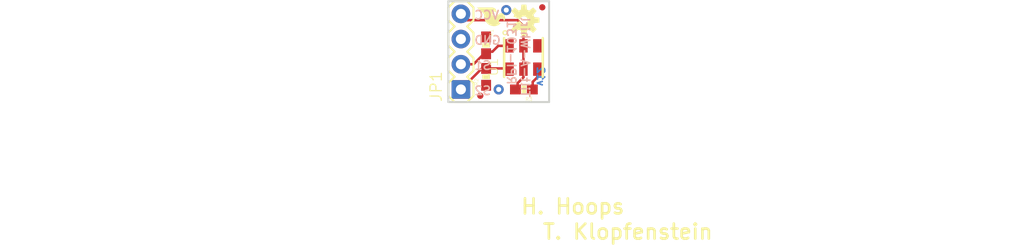
<source format=kicad_pcb>
(kicad_pcb (version 20211014) (generator pcbnew)
  (layers (0 "F.Cu" signal) (31 "B.Cu" signal) (34 "B.Paste" user) (35 "F.Paste" user) (36 "B.SilkS" user "B.Silkscreen") (37 "F.SilkS" user "F.Silkscreen") (38 "B.Mask" user) (39 "F.Mask" user) (44 "Edge.Cuts" user))
  (net 0 "")
  (net 1 "GND")
  (net 2 "S1")
  (net 3 "AN")
  (net 4 "S2")
  (net 5 "5V")
  (footprint "boardEagle:OSHW-LOGO-S" (layer "F.Cu") (at 151.0411 101.8286 -90)
    (fp_text reference "U$1" hide)
    (fp_text value "OSHW-LOGOS" hide)
    (fp_poly (pts (xy 0.301647 -1.061351) (xy 0.42347 -1.022344) (xy 0.537177 -0.963769) (xy 0.92862 -1.282946) (xy 1.282946 -0.92862) (xy 0.961035 -0.533823) (xy 1.057046 -0.302084) (xy 1.5638 -0.250561) (xy 1.5638 0.250561) (xy 1.057046 0.302084) (xy 0.961035 0.533823) (xy 1.282946 0.92862) (xy 0.92862 1.282946) (xy 0.537177 0.96377) (xy 0.356601 1.056794) (xy 0.088679 0.410073) (xy 0.326262 0.2176) (xy 0.373649 0.121468) (xy 0.392729 0.010339) (xy 0.379464 -0.101634) (xy 0.334947 -0.205229) (xy 0.262842 -0.291918) (xy 0.169087 -0.354561) (xy 0.061406 -0.387999) (xy -0.051342 -0.38948) (xy -0.159868 -0.358881) (xy -0.255234 -0.298724) (xy -0.329589 -0.213962) (xy -0.376813 -0.111569) (xy -0.392176 -0.005767) (xy -0.322923 0.222565) (xy -0.249312 0.303773) (xy 0.091677 0.5081) (xy -0.12929 0.5081) (xy -0.355332 1.053732) (xy -0.506597 0.983577) (xy -0.538922 0.965192) (xy -0.92862 1.282946) (xy -1.282946 0.92862) (xy -0.961035 0.533823) (xy -1.057046 0.302084) (xy -1.5638 0.250561) (xy -1.5638 -0.250561) (xy -1.057046 -0.302084) (xy -0.961035 -0.533823) (xy -1.282946 -0.92862) (xy -0.92862 -1.282946) (xy -0.533823 -0.961035) (xy -0.302084 -1.057046) (xy -0.250561 -1.5638) (xy 0.250561 -1.5638)) (layer "F.SilkS") (width 0) (fill solid))
  )
  (footprint "boardEagle:RPI-1031" (layer "F.Cu") (at 151.0411 105.6386 90)
    (fp_text reference "U1" (at -1.905 -2.54 90) (layer "F.SilkS") (effects (font (size 0.93472 0.93472) (thickness 0.08128)) (justify left bottom)))
    (fp_text value "RPI-1031" hide)
    (fp_line (start 1.995 -1.995) (end -1.905 -1.995) (layer "F.SilkS") (width 0.254))
    (fp_line (start 1.995 1.905) (end -1.905 1.905) (layer "F.SilkS") (width 0.254))
    (fp_circle (center 2.54 -1.905) (end 2.74 -1.905) (layer "F.SilkS") (width 0.127) (fill none))
    (pad "1" smd rect (at 1.22 -1.445 180) (size 0.85 1.35) (layers "F.Cu" "F.Paste" "F.Mask") (net 2 "S1"))
    (pad "2" smd rect (at 1.22 -0.045 180) (size 0.85 1.35) (layers "F.Cu" "F.Paste" "F.Mask") (net 5 "5V"))
    (pad "3" smd rect (at 1.22 1.355 180) (size 0.85 1.35) (layers "F.Cu" "F.Paste" "F.Mask") (net 1 "GND"))
    (pad "4" smd rect (at -1.13 -1.445 180) (size 0.85 1.35) (layers "F.Cu" "F.Paste" "F.Mask") (net 4 "S2"))
    (pad "5" smd rect (at -1.13 -0.045 180) (size 0.85 1.35) (layers "F.Cu" "F.Paste" "F.Mask") (net 5 "5V"))
    (pad "6" smd rect (at -1.13 1.355 180) (size 0.85 1.35) (layers "F.Cu" "F.Paste" "F.Mask") (net 3 "AN"))
  )
  (footprint "boardEagle:REVISION" (layer "F.Cu") (at 129.4511 124.0536)
    (fp_text reference "U$2" hide)
    (fp_text value "REVISION" hide)
  )
  (footprint "boardEagle:CREATIVE_COMMONS" (layer "F.Cu") (at 118.548979 121.5136)
    (fp_text reference "FRAME1" hide)
    (fp_text value "FRAME-LETTER" hide)
  )
  (footprint "boardEagle:FIDUCIAL-1X2.5" (layer "F.Cu") (at 146.6469 109.4486)
    (fp_text reference "JP3" hide)
    (fp_text value "FIDUCIAL1X2.5" hide)
    (pad "1" smd roundrect (at 0 0) (size 0.635 0.635) (layers "F.Cu" "F.Mask") (roundrect_rratio 0.5))
  )
  (footprint "boardEagle:0603-RES" (layer "F.Cu") (at 147.2311 107.5436 90)
    (fp_text reference "R2" (at -0.889 -0.762 90) (layer "F.SilkS") (effects (font (size 0.373888 0.373888) (thickness 0.032512)) (justify left bottom)))
    (fp_text value "22k")
    (fp_poly (pts (xy -0.2286 0.381) (xy 0.2286 0.381) (xy 0.2286 -0.381) (xy -0.2286 -0.381)) (layer "F.SilkS") (width 0) (fill solid))
    (pad "1" smd rect (at -0.85 0 90) (size 1.1 1) (layers "F.Cu" "F.Paste" "F.Mask") (net 1 "GND"))
    (pad "2" smd rect (at 0.85 0 90) (size 1.1 1) (layers "F.Cu" "F.Paste" "F.Mask") (net 4 "S2"))
  )
  (footprint "boardEagle:0603-RES" (layer "F.Cu") (at 151.0411 108.8136 180)
    (fp_text reference "R3" (at -0.889 -0.762 180) (layer "F.SilkS") (effects (font (size 0.373888 0.373888) (thickness 0.032512)) (justify right top)))
    (fp_text value "240")
    (fp_poly (pts (xy -0.2286 0.381) (xy 0.2286 0.381) (xy 0.2286 -0.381) (xy -0.2286 -0.381)) (layer "F.SilkS") (width 0) (fill solid))
    (pad "1" smd rect (at -0.85 0 180) (size 1.1 1) (layers "F.Cu" "F.Paste" "F.Mask") (net 3 "AN"))
    (pad "2" smd rect (at 0.85 0 180) (size 1.1 1) (layers "F.Cu" "F.Paste" "F.Mask") (net 5 "5V"))
  )
  (footprint "boardEagle:1X04" (layer "F.Cu") (at 144.6911 108.8136 90)
    (fp_text reference "JP1" (at -1.3462 -1.8288 90) (layer "F.SilkS") (effects (font (size 1.143 1.143) (thickness 0.127)) (justify left bottom)))
    (fp_text value "")
    (fp_line (start 4.445 -1.27) (end 5.715 -1.27) (layer "F.SilkS") (width 0.2032))
    (fp_line (start 6.985 -1.27) (end 6.35 -0.635) (layer "F.SilkS") (width 0.2032))
    (fp_line (start 6.35 0.635) (end 5.715 1.27) (layer "F.SilkS") (width 0.2032))
    (fp_line (start 0.635 -1.27) (end 1.27 -0.635) (layer "F.SilkS") (width 0.2032))
    (fp_line (start 3.175 -1.27) (end 3.81 -0.635) (layer "F.SilkS") (width 0.2032))
    (fp_line (start 5.715 1.27) (end 4.445 1.27) (layer "F.SilkS") (width 0.2032))
    (fp_line (start 5.715 -1.27) (end 6.35 -0.635) (layer "F.SilkS") (width 0.2032))
    (fp_line (start -1.27 -0.635) (end -1.27 0.635) (layer "F.SilkS") (width 0.2032))
    (fp_line (start 1.905 -1.27) (end 3.175 -1.27) (layer "F.SilkS") (width 0.2032))
    (fp_line (start 8.89 0.635) (end 8.255 1.27) (layer "F.SilkS") (width 0.2032))
    (fp_line (start -1.27 0.635) (end -0.635 1.27) (layer "F.SilkS") (width 0.2032))
    (fp_line (start 1.27 -0.635) (end 1.905 -1.27) (layer "F.SilkS") (width 0.2032))
    (fp_line (start 3.81 0.635) (end 3.175 1.27) (layer "F.SilkS") (width 0.2032))
    (fp_line (start 6.35 0.635) (end 6.985 1.27) (layer "F.SilkS") (width 0.2032))
    (fp_line (start 1.27 0.635) (end 0.635 1.27) (layer "F.SilkS") (width 0.2032))
    (fp_line (start 6.985 -1.27) (end 8.255 -1.27) (layer "F.SilkS") (width 0.2032))
    (fp_line (start -0.635 -1.27) (end 0.635 -1.27) (layer "F.SilkS") (width 0.2032))
    (fp_line (start -0.635 -1.27) (end -1.27 -0.635) (layer "F.SilkS") (width 0.2032))
    (fp_line (start 8.89 -0.635) (end 8.89 0.635) (layer "F.SilkS") (width 0.2032))
    (fp_line (start 3.81 -0.635) (end 4.445 -1.27) (layer "F.SilkS") (width 0.2032))
    (fp_line (start 8.255 1.27) (end 6.985 1.27) (layer "F.SilkS") (width 0.2032))
    (fp_line (start 3.175 1.27) (end 1.905 1.27) (layer "F.SilkS") (width 0.2032))
    (fp_line (start 8.255 -1.27) (end 8.89 -0.635) (layer "F.SilkS") (width 0.2032))
    (fp_line (start 4.445 1.27) (end 3.81 0.635) (layer "F.SilkS") (width 0.2032))
    (fp_line (start 0.635 1.27) (end -0.635 1.27) (layer "F.SilkS") (width 0.2032))
    (fp_line (start 1.905 1.27) (end 1.27 0.635) (layer "F.SilkS") (width 0.2032))
    (pad "1" thru_hole rect (at 0 0 180) (size 1.8796 1.8796) (drill 1.016) (layers *.Cu *.Mask) (net 4 "S2"))
    (pad "2" thru_hole circle (at 2.54 0 180) (size 1.8796 1.8796) (drill 1.016) (layers *.Cu *.Mask) (net 2 "S1"))
    (pad "3" thru_hole circle (at 5.08 0 180) (size 1.8796 1.8796) (drill 1.016) (layers *.Cu *.Mask) (net 1 "GND"))
    (pad "4" thru_hole circle (at 7.62 0 180) (size 1.8796 1.8796) (drill 1.016) (layers *.Cu *.Mask) (net 5 "5V"))
  )
  (footprint "boardEagle:0603-RES" (layer "F.Cu") (at 147.2311 104.3686 -90)
    (fp_text reference "R1" (at -0.889 -0.762 -90) (layer "F.SilkS") (effects (font (size 0.373888 0.373888) (thickness 0.032512)) (justify left bottom)))
    (fp_text value "22k")
    (fp_poly (pts (xy -0.2286 0.381) (xy 0.2286 0.381) (xy 0.2286 -0.381) (xy -0.2286 -0.381)) (layer "F.SilkS") (width 0) (fill solid))
    (pad "1" smd rect (at -0.85 0 270) (size 1.1 1) (layers "F.Cu" "F.Paste" "F.Mask") (net 1 "GND"))
    (pad "2" smd rect (at 0.85 0 270) (size 1.1 1) (layers "F.Cu" "F.Paste" "F.Mask") (net 2 "S1"))
  )
  (footprint "boardEagle:SFE-LOGO-FLAME" (layer "F.Cu") (at 146.3421 100.5586 -90)
    (fp_text reference "JP4" hide)
    (fp_text value "LOGO-SFESK" hide)
    (fp_poly (pts (xy 1.126002 -2.808203) (xy 1.215449 -2.785829) (xy 1.228477 -2.780783) (xy 1.240149 -2.774875) (xy 1.25686 -2.766576) (xy 1.275552 -2.759834) (xy 1.371694 -2.7026) (xy 1.3793 -2.7026) (xy 1.3793 -2.6772) (xy 1.306833 -2.6772) (xy 1.208418 -2.657914) (xy 1.074855 -2.495286) (xy 1.079365 -2.436825) (xy 1.12809 -2.341869) (xy 1.204666 -2.265196) (xy 1.294069 -2.200638) (xy 1.369348 -2.168824) (xy 1.450737 -2.171632) (xy 1.458864 -2.174186) (xy 1.466257 -2.177389) (xy 1.530514 -2.236956) (xy 1.5368 -2.259812) (xy 1.5368 -2.377938) (xy 1.763707 -2.148127) (xy 1.868186 -1.856841) (xy 1.871603 -1.856894) (xy 1.87806 -1.650435) (xy 1.848857 -1.45742) (xy 1.785308 -1.272842) (xy 1.6663 -1.061578) (xy 1.6663 -1.080581) (xy 1.378131 -0.80901) (xy 0.982239 -0.6985) (xy 0.753005 -0.6985) (xy 0.716201 -0.692046) (xy 0.681776 -0.679592) (xy 0.496322 -0.541784) (xy -0.0126 0.03091) (xy -0.0126 -1.52077) (xy 0.060004 -1.761967) (xy 0.168295 -1.865489) (xy 0.307122 -1.917522) (xy 0.4039 -1.925089) (xy 0.499384 -1.917623) (xy 0.55991 -1.908099) (xy 0.557788 -1.884433) (xy 0.522216 -1.885242) (xy 0.501784 -1.876141) (xy 0.420519 -1.817154) (xy 0.400722 -1.79067) (xy 0.390395 -1.7285) (xy 0.400905 -1.665229) (xy 0.421405 -1.625174) (xy 0.452343 -1.592685) (xy 0.546535 -1.54355) (xy 0.652229 -1.531742) (xy 0.742768 -1.550084) (xy 0.82422 -1.589656) (xy 0.92203 -1.754659) (xy 0.907706 -1.848844) (xy 0.850914 -1.930401) (xy 0.584707 -2.263237) (xy 0.561667 -2.510855) (xy 0.627495 -2.621556) (xy 0.629042 -2.623103) (xy 0.778901 -2.74712) (xy 1.032676 -2.817064)) (layer "F.SilkS") (width 0) (fill solid))
  )
  (footprint "boardEagle:FIDUCIAL-1X2.5" (layer "F.Cu") (at 152.8953 100.5332)
    (fp_text reference "JP2" hide)
    (fp_text value "FIDUCIAL1X2.5" hide)
    (pad "1" smd roundrect (at 0 0) (size 0.635 0.635) (layers "F.Cu" "F.Mask") (roundrect_rratio 0.5))
  )
  (gr_line (start 143.4211 99.9236) (end 143.4211 110.0836) (layer "Edge.Cuts") (width 0.2032))
  (gr_line (start 153.5811 110.0836) (end 153.5811 99.9236) (layer "Edge.Cuts") (width 0.2032))
  (gr_line (start 153.5811 99.9236) (end 143.4211 99.9236) (layer "Edge.Cuts") (width 0.2032))
  (gr_line (start 143.4211 110.0836) (end 153.5811 110.0836) (layer "Edge.Cuts") (width 0.2032))
  (gr_text "v12" (at 152.3111 108.5596 -90) (layer "B.Cu") (effects (font (size 0.72009 0.72009) (thickness 0.16891)) (justify left bottom mirror)))
  (gr_text "RPI-1031" (at 149.2631 108.4326 -90) (layer "B.SilkS") (effects (font (size 0.8636 0.8636) (thickness 0.1524)) (justify left bottom mirror)))
  (gr_text "S1" (at 145.9611 105.8926) (layer "B.SilkS") (effects (font (size 0.8636 0.8636) (thickness 0.1524)) (justify right top mirror)))
  (gr_text "Tilt-A-Whirl" (at 150.6601 109.7026 -90) (layer "B.SilkS") (effects (font (size 0.8636 0.8636) (thickness 0.1524)) (justify left bottom mirror)))
  (gr_text "VCC" (at 145.9611 100.8126) (layer "B.SilkS") (effects (font (size 0.8636 0.8636) (thickness 0.1524)) (justify right top mirror)))
  (gr_text "GND" (at 145.9611 103.3526) (layer "B.SilkS") (effects (font (size 0.8636 0.8636) (thickness 0.1524)) (justify right top mirror)))
  (gr_text "S2" (at 145.9611 108.4326) (layer "B.SilkS") (effects (font (size 0.8636 0.8636) (thickness 0.1524)) (justify right top mirror)))
  (gr_text "T. Klopfenstein" (at 170.2181 122.2756) (layer "F.SilkS") (effects (font (size 1.5113 1.5113) (thickness 0.2667)) (justify right top)))
  (gr_text "H. Hoops" (at 161.3281 119.7356) (layer "F.SilkS") (effects (font (size 1.5113 1.5113) (thickness 0.2667)) (justify right top)))
  (via (at 148.5011 108.8136) (size 1.016) (drill 0.508) (layers "F.Cu" "B.Cu") (net 1))
  (via (at 149.2631 100.8126) (size 1.016) (drill 0.508) (layers "F.Cu" "B.Cu") (net 1))
  (segment (start 147.4461 105.0036) (end 147.2311 105.2186) (width 0.254) (layer "F.Cu") (net 2))
  (segment (start 147.2311 105.2186) (end 147.0161 105.2186) (width 0.254) (layer "F.Cu") (net 2))
  (segment (start 147.0161 105.2186) (end 145.9611 106.2736) (width 0.254) (layer "F.Cu") (net 2))
  (segment (start 149.5961 104.4186) (end 148.4511 104.4186) (width 0.254) (layer "F.Cu") (net 2))
  (segment (start 148.4511 104.4186) (end 147.8661 105.0036) (width 0.254) (layer "F.Cu") (net 2))
  (segment (start 147.8661 105.0036) (end 147.4461 105.0036) (width 0.254) (layer "F.Cu") (net 2))
  (segment (start 144.6911 106.2736) (end 145.9611 106.2736) (width 0.254) (layer "F.Cu") (net 2))
  (segment (start 152.3961 107.5856) (end 151.9301 108.0516) (width 0.254) (layer "F.Cu") (net 3))
  (segment (start 151.9301 108.7746) (end 151.8911 108.8136) (width 0.254) (layer "F.Cu") (net 3))
  (segment (start 151.9301 108.0516) (end 151.9301 108.7746) (width 0.254) (layer "F.Cu") (net 3))
  (segment (start 152.3961 106.7686) (end 152.3961 107.5856) (width 0.254) (layer "F.Cu") (net 3))
  (segment (start 146.8111 106.6936) (end 144.6911 108.8136) (width 0.254) (layer "F.Cu") (net 4))
  (segment (start 147.2311 106.6936) (end 146.8111 106.6936) (width 0.254) (layer "F.Cu") (net 4))
  (segment (start 147.2311 106.6936) (end 149.5211 106.6936) (width 0.254) (layer "F.Cu") (net 4))
  (segment (start 149.5211 106.6936) (end 149.5961 106.7686) (width 0.254) (layer "F.Cu") (net 4))
  (segment (start 150.9961 106.7686) (end 150.9961 104.4186) (width 0.254) (layer "F.Cu") (net 5))
  (segment (start 150.4061 108.1786) (end 150.4061 108.5986) (width 0.254) (layer "F.Cu") (net 5))
  (segment (start 150.9961 104.4186) (end 150.9961 102.4186) (width 0.254) (layer "F.Cu") (net 5))
  (segment (start 150.9961 107.5886) (end 150.4061 108.1786) (width 0.254) (layer "F.Cu") (net 5))
  (segment (start 150.9961 106.7686) (end 150.9961 107.5886) (width 0.254) (layer "F.Cu") (net 5))
  (segment (start 150.4061 108.5986) (end 150.1911 108.8136) (width 0.254) (layer "F.Cu") (net 5))
  (segment (start 145.3261 101.8286) (end 144.6911 101.1936) (width 0.254) (layer "F.Cu") (net 5))
  (segment (start 150.9961 102.4186) (end 150.4061 101.8286) (width 0.254) (layer "F.Cu") (net 5))
  (segment (start 150.4061 101.8286) (end 145.3261 101.8286) (width 0.254) (layer "F.Cu") (net 5))
)
</source>
